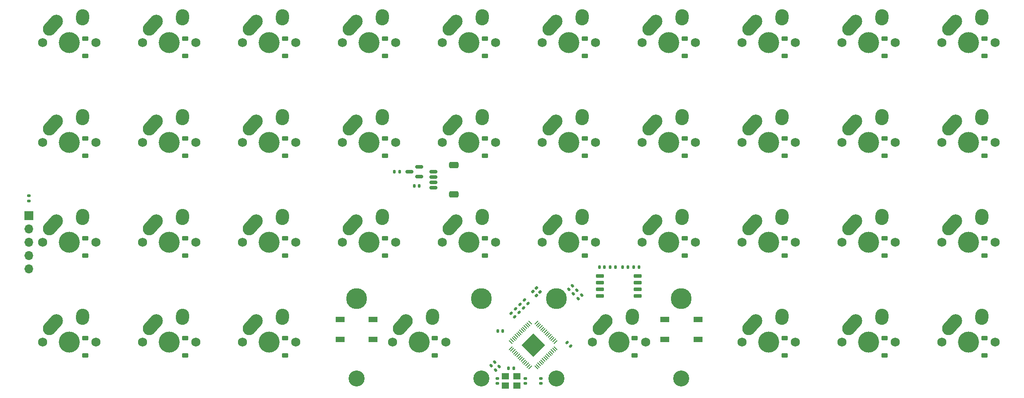
<source format=gbs>
%TF.GenerationSoftware,KiCad,Pcbnew,8.0.5*%
%TF.CreationDate,2024-10-22T20:47:20-04:00*%
%TF.ProjectId,ortho,6f727468-6f2e-46b6-9963-61645f706362,rev?*%
%TF.SameCoordinates,PX1c62fe0PY650e7e0*%
%TF.FileFunction,Soldermask,Bot*%
%TF.FilePolarity,Negative*%
%FSLAX46Y46*%
G04 Gerber Fmt 4.6, Leading zero omitted, Abs format (unit mm)*
G04 Created by KiCad (PCBNEW 8.0.5) date 2024-10-22 20:47:20*
%MOMM*%
%LPD*%
G01*
G04 APERTURE LIST*
G04 Aperture macros list*
%AMRoundRect*
0 Rectangle with rounded corners*
0 $1 Rounding radius*
0 $2 $3 $4 $5 $6 $7 $8 $9 X,Y pos of 4 corners*
0 Add a 4 corners polygon primitive as box body*
4,1,4,$2,$3,$4,$5,$6,$7,$8,$9,$2,$3,0*
0 Add four circle primitives for the rounded corners*
1,1,$1+$1,$2,$3*
1,1,$1+$1,$4,$5*
1,1,$1+$1,$6,$7*
1,1,$1+$1,$8,$9*
0 Add four rect primitives between the rounded corners*
20,1,$1+$1,$2,$3,$4,$5,0*
20,1,$1+$1,$4,$5,$6,$7,0*
20,1,$1+$1,$6,$7,$8,$9,0*
20,1,$1+$1,$8,$9,$2,$3,0*%
%AMHorizOval*
0 Thick line with rounded ends*
0 $1 width*
0 $2 $3 position (X,Y) of the first rounded end (center of the circle)*
0 $4 $5 position (X,Y) of the second rounded end (center of the circle)*
0 Add line between two ends*
20,1,$1,$2,$3,$4,$5,0*
0 Add two circle primitives to create the rounded ends*
1,1,$1,$2,$3*
1,1,$1,$4,$5*%
%AMRotRect*
0 Rectangle, with rotation*
0 The origin of the aperture is its center*
0 $1 length*
0 $2 width*
0 $3 Rotation angle, in degrees counterclockwise*
0 Add horizontal line*
21,1,$1,$2,0,0,$3*%
G04 Aperture macros list end*
%ADD10C,1.750000*%
%ADD11C,4.000000*%
%ADD12HorizOval,2.500000X0.656270X0.728862X-0.656270X-0.728862X0*%
%ADD13C,2.500000*%
%ADD14HorizOval,2.500000X0.020277X0.289981X-0.020277X-0.289981X0*%
%ADD15C,3.987800*%
%ADD16C,3.048000*%
%ADD17RoundRect,0.140000X0.219203X0.021213X0.021213X0.219203X-0.219203X-0.021213X-0.021213X-0.219203X0*%
%ADD18RoundRect,0.225000X0.375000X-0.225000X0.375000X0.225000X-0.375000X0.225000X-0.375000X-0.225000X0*%
%ADD19RoundRect,0.140000X-0.021213X0.219203X-0.219203X0.021213X0.021213X-0.219203X0.219203X-0.021213X0*%
%ADD20R,1.700000X1.000000*%
%ADD21RoundRect,0.135000X-0.135000X-0.185000X0.135000X-0.185000X0.135000X0.185000X-0.135000X0.185000X0*%
%ADD22RoundRect,0.140000X0.140000X0.170000X-0.140000X0.170000X-0.140000X-0.170000X0.140000X-0.170000X0*%
%ADD23RoundRect,0.150000X0.650000X0.150000X-0.650000X0.150000X-0.650000X-0.150000X0.650000X-0.150000X0*%
%ADD24RoundRect,0.140000X0.170000X-0.140000X0.170000X0.140000X-0.170000X0.140000X-0.170000X-0.140000X0*%
%ADD25RoundRect,0.150000X0.587500X0.150000X-0.587500X0.150000X-0.587500X-0.150000X0.587500X-0.150000X0*%
%ADD26R,1.400000X1.200000*%
%ADD27RoundRect,0.135000X-0.226274X-0.035355X-0.035355X-0.226274X0.226274X0.035355X0.035355X0.226274X0*%
%ADD28RoundRect,0.140000X0.021213X-0.219203X0.219203X-0.021213X-0.021213X0.219203X-0.219203X0.021213X0*%
%ADD29R,1.700000X1.700000*%
%ADD30O,1.700000X1.700000*%
%ADD31RoundRect,0.140000X-0.170000X0.140000X-0.170000X-0.140000X0.170000X-0.140000X0.170000X0.140000X0*%
%ADD32RoundRect,0.150000X-0.625000X0.150000X-0.625000X-0.150000X0.625000X-0.150000X0.625000X0.150000X0*%
%ADD33RoundRect,0.250000X-0.650000X0.350000X-0.650000X-0.350000X0.650000X-0.350000X0.650000X0.350000X0*%
%ADD34RoundRect,0.140000X-0.140000X-0.170000X0.140000X-0.170000X0.140000X0.170000X-0.140000X0.170000X0*%
%ADD35RoundRect,0.135000X0.185000X-0.135000X0.185000X0.135000X-0.185000X0.135000X-0.185000X-0.135000X0*%
%ADD36RoundRect,0.140000X-0.219203X-0.021213X-0.021213X-0.219203X0.219203X0.021213X0.021213X0.219203X0*%
%ADD37RoundRect,0.050000X0.309359X-0.238649X-0.238649X0.309359X-0.309359X0.238649X0.238649X-0.309359X0*%
%ADD38RoundRect,0.050000X0.309359X0.238649X0.238649X0.309359X-0.309359X-0.238649X-0.238649X-0.309359X0*%
%ADD39RotRect,3.200000X3.200000X135.000000*%
G04 APERTURE END LIST*
D10*
%TO.C,MX26*%
X137794881Y28574976D03*
D11*
X142874880Y28574976D03*
D10*
X147954879Y28574976D03*
D12*
X139721149Y31843836D03*
D13*
X140374880Y32574976D03*
D14*
X145394881Y33364976D03*
%TD*%
D10*
%TO.C,MX38*%
X23494977Y28574976D03*
D11*
X28574976Y28574976D03*
D10*
X33654975Y28574976D03*
D12*
X25421245Y31843836D03*
D13*
X26074976Y32574976D03*
D14*
X31094977Y33364976D03*
%TD*%
D10*
%TO.C,MX27*%
X156844865Y28574976D03*
D11*
X161924864Y28574976D03*
D10*
X167004863Y28574976D03*
D12*
X158771133Y31843836D03*
D13*
X159424864Y32574976D03*
D14*
X164444865Y33364976D03*
%TD*%
D10*
%TO.C,MX10*%
X175894850Y66674943D03*
D11*
X180974849Y66674943D03*
D10*
X186054848Y66674943D03*
D12*
X177821118Y69943803D03*
D13*
X178474849Y70674943D03*
D14*
X183494850Y71464943D03*
%TD*%
D10*
%TO.C,MX36*%
X175894849Y9524992D03*
D11*
X180974848Y9524992D03*
D10*
X186054847Y9524992D03*
D12*
X177821117Y12793852D03*
D13*
X178474848Y13524992D03*
D14*
X183494849Y14314992D03*
%TD*%
D10*
%TO.C,MX32*%
X71119937Y9524992D03*
D11*
X76199936Y9524992D03*
D10*
X81279935Y9524992D03*
D12*
X73046205Y12793852D03*
D13*
X73699936Y13524992D03*
D14*
X78719937Y14314992D03*
%TD*%
D10*
%TO.C,MX2*%
X23494977Y66674943D03*
D11*
X28574976Y66674943D03*
D10*
X33654975Y66674943D03*
D12*
X25421245Y69943803D03*
D13*
X26074976Y70674943D03*
D14*
X31094977Y71464943D03*
%TD*%
D10*
%TO.C,MX28*%
X175894849Y28574976D03*
D11*
X180974848Y28574976D03*
D10*
X186054847Y28574976D03*
D12*
X177821117Y31843836D03*
D13*
X178474848Y32574976D03*
D14*
X183494849Y33364976D03*
%TD*%
D10*
%TO.C,MX20*%
X4444993Y28574976D03*
D11*
X9524992Y28574976D03*
D10*
X14604991Y28574976D03*
D12*
X6371261Y31843836D03*
D13*
X7024992Y32574976D03*
D14*
X12044993Y33364976D03*
%TD*%
D10*
%TO.C,MX11*%
X4444993Y47624961D03*
D11*
X9524992Y47624961D03*
D10*
X14604991Y47624961D03*
D12*
X6371261Y50893821D03*
D13*
X7024992Y51624961D03*
D14*
X12044993Y52414961D03*
%TD*%
D10*
%TO.C,MX24*%
X99694913Y28574975D03*
D11*
X104774912Y28574975D03*
D10*
X109854911Y28574975D03*
D12*
X101621181Y31843835D03*
D13*
X102274912Y32574975D03*
D14*
X107294913Y33364975D03*
%TD*%
D10*
%TO.C,MX34*%
X137794880Y9524992D03*
D11*
X142874879Y9524992D03*
D10*
X147954878Y9524992D03*
D12*
X139721148Y12793852D03*
D13*
X140374879Y13524992D03*
D14*
X145394880Y14314992D03*
%TD*%
D15*
%TO.C,S2*%
X126206155Y17779992D03*
D16*
X126206154Y2539992D03*
X102393654Y2539992D03*
D15*
X102393653Y17779992D03*
%TD*%
D10*
%TO.C,MX19*%
X175894849Y47624960D03*
D11*
X180974848Y47624960D03*
D10*
X186054847Y47624960D03*
D12*
X177821117Y50893820D03*
D13*
X178474848Y51624960D03*
D14*
X183494849Y52414960D03*
%TD*%
D10*
%TO.C,MX22*%
X61594945Y28574975D03*
D11*
X66674944Y28574975D03*
D10*
X71754943Y28574975D03*
D12*
X63521213Y31843835D03*
D13*
X64174944Y32574975D03*
D14*
X69194945Y33364975D03*
%TD*%
D10*
%TO.C,MX23*%
X80644929Y28574975D03*
D11*
X85724928Y28574975D03*
D10*
X90804927Y28574975D03*
D12*
X82571197Y31843835D03*
D13*
X83224928Y32574975D03*
D14*
X88244929Y33364975D03*
%TD*%
D10*
%TO.C,MX3*%
X42544960Y66674943D03*
D11*
X47624959Y66674943D03*
D10*
X52704958Y66674943D03*
D12*
X44471228Y69943803D03*
D13*
X45124959Y70674943D03*
D14*
X50144960Y71464943D03*
%TD*%
D10*
%TO.C,MX30*%
X23494977Y9524992D03*
D11*
X28574976Y9524992D03*
D10*
X33654975Y9524992D03*
D12*
X25421245Y12793852D03*
D13*
X26074976Y13524992D03*
D14*
X31094977Y14314992D03*
%TD*%
D10*
%TO.C,MX15*%
X80644929Y47624961D03*
D11*
X85724928Y47624961D03*
D10*
X90804927Y47624961D03*
D12*
X82571197Y50893821D03*
D13*
X83224928Y51624961D03*
D14*
X88244929Y52414961D03*
%TD*%
D10*
%TO.C,MX1*%
X4444993Y66674943D03*
D11*
X9524992Y66674943D03*
D10*
X14604991Y66674943D03*
D12*
X6371261Y69943803D03*
D13*
X7024992Y70674943D03*
D14*
X12044993Y71464943D03*
%TD*%
D10*
%TO.C,MX4*%
X61594944Y66674943D03*
D11*
X66674943Y66674943D03*
D10*
X71754942Y66674943D03*
D12*
X63521212Y69943803D03*
D13*
X64174943Y70674943D03*
D14*
X69194944Y71464943D03*
%TD*%
D15*
%TO.C,S1*%
X88106187Y17779992D03*
D16*
X88106186Y2539992D03*
X64293686Y2539992D03*
D15*
X64293685Y17779992D03*
%TD*%
D10*
%TO.C,MX6*%
X99694913Y66674943D03*
D11*
X104774912Y66674943D03*
D10*
X109854911Y66674943D03*
D12*
X101621181Y69943803D03*
D13*
X102274912Y70674943D03*
D14*
X107294913Y71464943D03*
%TD*%
D10*
%TO.C,MX5*%
X80644929Y66674943D03*
D11*
X85724928Y66674943D03*
D10*
X90804927Y66674943D03*
D12*
X82571197Y69943803D03*
D13*
X83224928Y70674943D03*
D14*
X88244929Y71464943D03*
%TD*%
D10*
%TO.C,MX14*%
X61594945Y47624961D03*
D11*
X66674944Y47624961D03*
D10*
X71754943Y47624961D03*
D12*
X63521213Y50893821D03*
D13*
X64174944Y51624961D03*
D14*
X69194945Y52414961D03*
%TD*%
D10*
%TO.C,MX35*%
X156844865Y9524992D03*
D11*
X161924864Y9524992D03*
D10*
X167004863Y9524992D03*
D12*
X158771133Y12793852D03*
D13*
X159424864Y13524992D03*
D14*
X164444865Y14314992D03*
%TD*%
D10*
%TO.C,MX8*%
X137794881Y66674943D03*
D11*
X142874880Y66674943D03*
D10*
X147954879Y66674943D03*
D12*
X139721149Y69943803D03*
D13*
X140374880Y70674943D03*
D14*
X145394881Y71464943D03*
%TD*%
D10*
%TO.C,MX7*%
X118744897Y66674943D03*
D11*
X123824896Y66674943D03*
D10*
X128904895Y66674943D03*
D12*
X120671165Y69943803D03*
D13*
X121324896Y70674943D03*
D14*
X126344897Y71464943D03*
%TD*%
D10*
%TO.C,MX16*%
X99694912Y47624960D03*
D11*
X104774911Y47624960D03*
D10*
X109854910Y47624960D03*
D12*
X101621180Y50893820D03*
D13*
X102274911Y51624960D03*
D14*
X107294912Y52414960D03*
%TD*%
D10*
%TO.C,MX12*%
X23494977Y47624960D03*
D11*
X28574976Y47624960D03*
D10*
X33654975Y47624960D03*
D12*
X25421245Y50893820D03*
D13*
X26074976Y51624960D03*
D14*
X31094977Y52414960D03*
%TD*%
D10*
%TO.C,MX9*%
X156844865Y66674943D03*
D11*
X161924864Y66674943D03*
D10*
X167004863Y66674943D03*
D12*
X158771133Y69943803D03*
D13*
X159424864Y70674943D03*
D14*
X164444865Y71464943D03*
%TD*%
D10*
%TO.C,MX21*%
X42544961Y28574976D03*
D11*
X47624960Y28574976D03*
D10*
X52704959Y28574976D03*
D12*
X44471229Y31843836D03*
D13*
X45124960Y32574976D03*
D14*
X50144961Y33364976D03*
%TD*%
D10*
%TO.C,MX29*%
X4444993Y9524992D03*
D11*
X9524992Y9524992D03*
D10*
X14604991Y9524992D03*
D12*
X6371261Y12793852D03*
D13*
X7024992Y13524992D03*
D14*
X12044993Y14314992D03*
%TD*%
D10*
%TO.C,MX33*%
X109219905Y9524992D03*
D11*
X114299904Y9524992D03*
D10*
X119379903Y9524992D03*
D12*
X111146173Y12793852D03*
D13*
X111799904Y13524992D03*
D14*
X116819905Y14314992D03*
%TD*%
D10*
%TO.C,MX31*%
X42544961Y9524992D03*
D11*
X47624960Y9524992D03*
D10*
X52704959Y9524992D03*
D12*
X44471229Y12793852D03*
D13*
X45124960Y13524992D03*
D14*
X50144961Y14314992D03*
%TD*%
D10*
%TO.C,MX17*%
X118744897Y47624960D03*
D11*
X123824896Y47624960D03*
D10*
X128904895Y47624960D03*
D12*
X120671165Y50893820D03*
D13*
X121324896Y51624960D03*
D14*
X126344897Y52414960D03*
%TD*%
D10*
%TO.C,MX13*%
X42544961Y47624960D03*
D11*
X47624960Y47624960D03*
D10*
X52704959Y47624960D03*
D12*
X44471229Y50893820D03*
D13*
X45124960Y51624960D03*
D14*
X50144961Y52414960D03*
%TD*%
D10*
%TO.C,MX25*%
X118744897Y28574976D03*
D11*
X123824896Y28574976D03*
D10*
X128904895Y28574976D03*
D12*
X120671165Y31843836D03*
D13*
X121324896Y32574976D03*
D14*
X126344897Y33364976D03*
%TD*%
D10*
%TO.C,MX37*%
X156844865Y47624960D03*
D11*
X161924864Y47624960D03*
D10*
X167004863Y47624960D03*
D12*
X158771133Y50893820D03*
D13*
X159424864Y51624960D03*
D14*
X164444865Y52414960D03*
%TD*%
D10*
%TO.C,MX18*%
X137794881Y47624960D03*
D11*
X142874880Y47624960D03*
D10*
X147954879Y47624960D03*
D12*
X139721149Y50893820D03*
D13*
X140374880Y51624960D03*
D14*
X145394881Y52414960D03*
%TD*%
D17*
%TO.C,C_3V-Decoup1*%
X94408022Y14338557D03*
X93729200Y15017379D03*
%TD*%
D18*
%TO.C,D30*%
X31551536Y6982023D03*
X31551536Y10282023D03*
%TD*%
D19*
%TO.C,C_3V-Decoup6*%
X91422147Y4804250D03*
X90743325Y4125428D03*
%TD*%
D18*
%TO.C,D11*%
X12501552Y45081994D03*
X12501552Y48381994D03*
%TD*%
D20*
%TO.C,SW2*%
X123056146Y10006239D03*
X129356144Y10006239D03*
X123056146Y13806239D03*
X129356144Y13806239D03*
%TD*%
D18*
%TO.C,D36*%
X183951408Y6982023D03*
X183951408Y10282023D03*
%TD*%
%TO.C,D38*%
X31551536Y26032008D03*
X31551536Y29332008D03*
%TD*%
D21*
%TO.C,R_Crystal1*%
X93251641Y4464839D03*
X94271639Y4464839D03*
%TD*%
D22*
%TO.C,C_LD2*%
X76199937Y39290591D03*
X75239937Y39290591D03*
%TD*%
D18*
%TO.C,D33*%
X117276464Y6982023D03*
X117276464Y10282023D03*
%TD*%
D23*
%TO.C,U2*%
X117899904Y22145608D03*
X117899904Y20875608D03*
X117899904Y19605608D03*
X117899904Y18335608D03*
X110699904Y18335608D03*
X110699904Y19605608D03*
X110699904Y20875608D03*
X110699904Y22145608D03*
%TD*%
D18*
%TO.C,D4*%
X69651504Y64131975D03*
X69651504Y67431975D03*
%TD*%
D21*
%TO.C,R_Flash2*%
X114980529Y23812479D03*
X116000527Y23812479D03*
%TD*%
D22*
%TO.C,C_LD1*%
X72468219Y41981215D03*
X71508219Y41981215D03*
%TD*%
D18*
%TO.C,D2*%
X31551536Y64131976D03*
X31551536Y67431976D03*
%TD*%
D17*
%TO.C,C_3V-Decoup2*%
X96091818Y16022353D03*
X95412996Y16701175D03*
%TD*%
D18*
%TO.C,D21*%
X50601520Y26032008D03*
X50601520Y29332008D03*
%TD*%
%TO.C,D9*%
X164901424Y64131976D03*
X164901424Y67431976D03*
%TD*%
D24*
%TO.C,C_Crystal1*%
X96440544Y1603591D03*
X96440544Y2563591D03*
%TD*%
D18*
%TO.C,D27*%
X164901424Y26032007D03*
X164901424Y29332007D03*
%TD*%
%TO.C,D24*%
X107751472Y26032007D03*
X107751472Y29332007D03*
%TD*%
%TO.C,D20*%
X12501552Y26032009D03*
X12501552Y29332009D03*
%TD*%
D25*
%TO.C,U3*%
X76199936Y42931215D03*
X76199936Y41031215D03*
X74324935Y41981215D03*
%TD*%
D18*
%TO.C,D13*%
X50601520Y45081993D03*
X50601520Y48381993D03*
%TD*%
D26*
%TO.C,Y1*%
X92661640Y2933591D03*
X94861640Y2933591D03*
X94861640Y1233591D03*
X92661640Y1233591D03*
%TD*%
D27*
%TO.C,R_DATA2*%
X97865856Y19112952D03*
X98587104Y18391704D03*
%TD*%
D28*
%TO.C,C_3V-Decoup9*%
X105626125Y18710572D03*
X106304947Y19389394D03*
%TD*%
D29*
%TO.C,J2*%
X1785936Y33649975D03*
D30*
X1785936Y31109975D03*
X1785936Y28569976D03*
X1785936Y26029975D03*
X1785936Y23489975D03*
%TD*%
D18*
%TO.C,D31*%
X50601520Y6982023D03*
X50601520Y10282023D03*
%TD*%
%TO.C,D18*%
X145851439Y45081993D03*
X145851439Y48381993D03*
%TD*%
D31*
%TO.C,C_3V-Decoup4*%
X99417104Y2563591D03*
X99417104Y1603591D03*
%TD*%
D18*
%TO.C,D14*%
X69651504Y45081993D03*
X69651504Y48381993D03*
%TD*%
%TO.C,D7*%
X126801456Y64131976D03*
X126801456Y67431976D03*
%TD*%
%TO.C,D35*%
X164901424Y6982023D03*
X164901424Y10282023D03*
%TD*%
%TO.C,D34*%
X145851440Y6982023D03*
X145851440Y10282023D03*
%TD*%
%TO.C,D1*%
X12501552Y64131976D03*
X12501552Y67431976D03*
%TD*%
%TO.C,D29*%
X12501552Y6982023D03*
X12501552Y10282023D03*
%TD*%
%TO.C,D5*%
X88701488Y64131975D03*
X88701488Y67431975D03*
%TD*%
%TO.C,D26*%
X145851440Y26032007D03*
X145851440Y29332007D03*
%TD*%
%TO.C,D8*%
X145851440Y64131976D03*
X145851440Y67431976D03*
%TD*%
D22*
%TO.C,C_3V-Decoup8*%
X92158048Y11608583D03*
X91198048Y11608583D03*
%TD*%
D24*
%TO.C,C_Crystal2*%
X91082737Y1603591D03*
X91082737Y2563591D03*
%TD*%
D28*
%TO.C,C_3V-Decoup3*%
X104733157Y19603540D03*
X105411979Y20282362D03*
%TD*%
D18*
%TO.C,D12*%
X31551536Y45081993D03*
X31551536Y48381993D03*
%TD*%
%TO.C,D6*%
X107751472Y64131975D03*
X107751472Y67431975D03*
%TD*%
D21*
%TO.C,R_Flash1*%
X112599281Y23812479D03*
X113619279Y23812479D03*
%TD*%
D32*
%TO.C,J1*%
X78962432Y41981215D03*
X78962432Y40981215D03*
X78962432Y39981215D03*
X78962432Y38981215D03*
D33*
X82837432Y43281215D03*
X82837432Y37681215D03*
%TD*%
D18*
%TO.C,D37*%
X164901424Y45081993D03*
X164901424Y48381993D03*
%TD*%
%TO.C,D25*%
X126801456Y26032007D03*
X126801456Y29332007D03*
%TD*%
D17*
%TO.C,C_1V-Decoup3*%
X96933716Y16864251D03*
X96254894Y17543073D03*
%TD*%
D27*
%TO.C,R_DATA1*%
X98557604Y19804699D03*
X99278852Y19083451D03*
%TD*%
D18*
%TO.C,D17*%
X126801456Y45081992D03*
X126801456Y48381992D03*
%TD*%
D34*
%TO.C,C_Flash1*%
X110545688Y23812479D03*
X111505688Y23812479D03*
%TD*%
D35*
%TO.C,R_RST1*%
X1785936Y36399345D03*
X1785936Y37419343D03*
%TD*%
D18*
%TO.C,D23*%
X88701488Y26032007D03*
X88701488Y29332007D03*
%TD*%
%TO.C,D22*%
X69651503Y26032007D03*
X69651503Y29332007D03*
%TD*%
%TO.C,D15*%
X88701488Y45081993D03*
X88701488Y48381993D03*
%TD*%
D36*
%TO.C,C_3V-Decoup5*%
X104375116Y9422851D03*
X105053938Y8744029D03*
%TD*%
D17*
%TO.C,C_3V-Decoup7*%
X95249920Y15180455D03*
X94571098Y15859277D03*
%TD*%
D18*
%TO.C,D28*%
X183951408Y26032009D03*
X183951408Y29332009D03*
%TD*%
%TO.C,D19*%
X183951408Y45081993D03*
X183951408Y48381993D03*
%TD*%
%TO.C,D10*%
X183951408Y64131976D03*
X183951408Y67431976D03*
%TD*%
D28*
%TO.C,C_1V-Decoup2*%
X106519093Y17817604D03*
X107197915Y18496426D03*
%TD*%
D18*
%TO.C,D32*%
X79176496Y6982023D03*
X79176496Y10282023D03*
%TD*%
D20*
%TO.C,SW1*%
X61143697Y10006239D03*
X67443695Y10006239D03*
X61143697Y13806239D03*
X67443695Y13806239D03*
%TD*%
D37*
%TO.C,U1*%
X102197981Y8337477D03*
X101915138Y8054634D03*
X101632296Y7771792D03*
X101349453Y7488949D03*
X101066610Y7206106D03*
X100783768Y6923264D03*
X100500925Y6640421D03*
X100218082Y6357578D03*
X99935239Y6074735D03*
X99652397Y5791893D03*
X99369554Y5509050D03*
X99086711Y5226207D03*
X98803869Y4943365D03*
X98521026Y4660522D03*
D38*
X97336622Y4660522D03*
X97053779Y4943365D03*
X96770937Y5226207D03*
X96488094Y5509050D03*
X96205251Y5791893D03*
X95922409Y6074735D03*
X95639566Y6357578D03*
X95356723Y6640421D03*
X95073880Y6923264D03*
X94791038Y7206106D03*
X94508195Y7488949D03*
X94225352Y7771792D03*
X93942510Y8054634D03*
X93659667Y8337477D03*
D37*
X93659667Y9521881D03*
X93942510Y9804724D03*
X94225352Y10087566D03*
X94508195Y10370409D03*
X94791038Y10653252D03*
X95073880Y10936094D03*
X95356723Y11218937D03*
X95639566Y11501780D03*
X95922409Y11784623D03*
X96205251Y12067465D03*
X96488094Y12350308D03*
X96770937Y12633151D03*
X97053779Y12915993D03*
X97336622Y13198836D03*
D38*
X98521026Y13198836D03*
X98803869Y12915993D03*
X99086711Y12633151D03*
X99369554Y12350308D03*
X99652397Y12067465D03*
X99935239Y11784623D03*
X100218082Y11501780D03*
X100500925Y11218937D03*
X100783768Y10936094D03*
X101066610Y10653252D03*
X101349453Y10370409D03*
X101632296Y10087566D03*
X101915138Y9804724D03*
X102197981Y9521881D03*
D39*
X97928824Y8929679D03*
%TD*%
D18*
%TO.C,D3*%
X50601520Y64131976D03*
X50601520Y67431976D03*
%TD*%
D19*
%TO.C,C_1V-Decoup1*%
X90580248Y5646149D03*
X89901426Y4967327D03*
%TD*%
D18*
%TO.C,D16*%
X107751472Y45081992D03*
X107751472Y48381992D03*
%TD*%
D21*
%TO.C,R_Flash3*%
X117064121Y23812479D03*
X118084119Y23812479D03*
%TD*%
M02*

</source>
